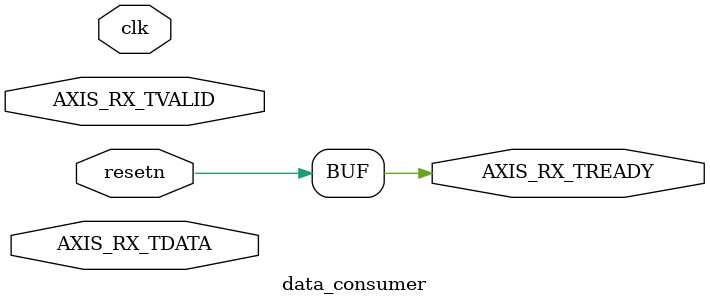
<source format=v>

/*

           This module serves as a dummy "AXI Stream data consumer"

*/

module data_consumer # (parameter DW=512, parameter READY_CYCLES = 0, NREADY_CYCLES = 0)
(
    input           clk, resetn,

    input[DW-1:0]   AXIS_RX_TDATA,
    input           AXIS_RX_TVALID,
    output          AXIS_RX_TREADY 
);

// We're ready to receive data whenever we're in state 0
assign AXIS_RX_TREADY = (resetn == 1);

endmodule

</source>
